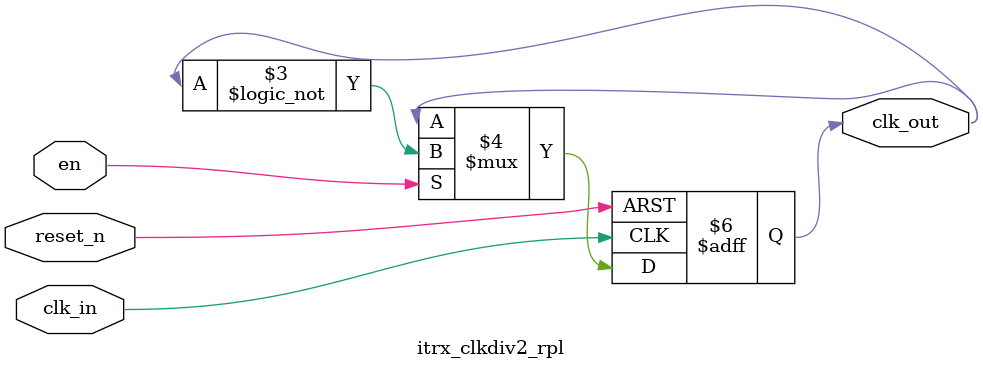
<source format=v>

module itrx_clkdiv2_rpl (
  input      reset_n,
  input      en,
  input      clk_in,
  output reg clk_out
);
                     

  always @(posedge clk_in or negedge reset_n) begin : gen_clk
    if(!reset_n) begin : reset_blk
      clk_out <= 1'b0;
    end
    else begin : clk_div
      if (en) begin
        clk_out <= !clk_out;
      end
    end
  end
  
endmodule // itrx_clkdiv2_rpl

</source>
